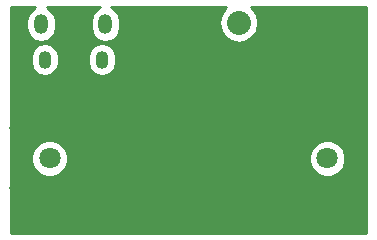
<source format=gbl>
G04 #@! TF.FileFunction,Copper,L2,Bot,Signal*
%FSLAX46Y46*%
G04 Gerber Fmt 4.6, Leading zero omitted, Abs format (unit mm)*
G04 Created by KiCad (PCBNEW 4.0.2-stable) date Thu May 19 00:56:02 2016*
%MOMM*%
G01*
G04 APERTURE LIST*
%ADD10C,0.100000*%
%ADD11R,2.032000X2.032000*%
%ADD12O,2.032000X2.032000*%
%ADD13O,1.100000X1.500000*%
%ADD14O,1.200000X1.700000*%
%ADD15C,1.800000*%
%ADD16C,0.600000*%
%ADD17C,0.254000*%
G04 APERTURE END LIST*
D10*
D11*
X121040000Y-73500000D03*
D12*
X118500000Y-73500000D03*
D13*
X106925000Y-76625000D03*
X102075000Y-76625000D03*
D14*
X107225000Y-73625000D03*
X101775000Y-73625000D03*
D15*
X102500000Y-85000000D03*
X99960000Y-87540000D03*
X99960000Y-82460000D03*
X105040000Y-82460000D03*
X105040000Y-87540000D03*
X126000000Y-85000000D03*
X128540000Y-82460000D03*
X128540000Y-87540000D03*
X123460000Y-87540000D03*
X123460000Y-82460000D03*
D16*
X114070000Y-86000000D03*
X114070000Y-84000000D03*
X112000000Y-75000000D03*
X112000000Y-73500000D03*
X102500000Y-79000000D03*
X125000000Y-73000000D03*
X120000000Y-82000000D03*
X120000000Y-80500000D03*
X120500000Y-79000000D03*
X114070000Y-85000000D03*
X114070000Y-82930000D03*
X114000000Y-88000000D03*
D17*
G36*
X100901723Y-72472630D02*
X100634009Y-72873293D01*
X100540000Y-73345907D01*
X100540000Y-73904093D01*
X100634009Y-74376707D01*
X100901723Y-74777370D01*
X101302386Y-75045084D01*
X101775000Y-75139093D01*
X102247614Y-75045084D01*
X102648277Y-74777370D01*
X102915991Y-74376707D01*
X103010000Y-73904093D01*
X103010000Y-73345907D01*
X102915991Y-72873293D01*
X102648277Y-72472630D01*
X102255223Y-72210000D01*
X106744777Y-72210000D01*
X106351723Y-72472630D01*
X106084009Y-72873293D01*
X105990000Y-73345907D01*
X105990000Y-73904093D01*
X106084009Y-74376707D01*
X106351723Y-74777370D01*
X106752386Y-75045084D01*
X107225000Y-75139093D01*
X107697614Y-75045084D01*
X108098277Y-74777370D01*
X108365991Y-74376707D01*
X108460000Y-73904093D01*
X108460000Y-73345907D01*
X108365991Y-72873293D01*
X108098277Y-72472630D01*
X107705223Y-72210000D01*
X117467594Y-72210000D01*
X117332567Y-72300222D01*
X116974675Y-72835845D01*
X116849000Y-73467655D01*
X116849000Y-73532345D01*
X116974675Y-74164155D01*
X117332567Y-74699778D01*
X117868190Y-75057670D01*
X118500000Y-75183345D01*
X119131810Y-75057670D01*
X119667433Y-74699778D01*
X120025325Y-74164155D01*
X120151000Y-73532345D01*
X120151000Y-73467655D01*
X120025325Y-72835845D01*
X119667433Y-72300222D01*
X119532406Y-72210000D01*
X129290000Y-72210000D01*
X129290000Y-91290000D01*
X99210000Y-91290000D01*
X99210000Y-85303991D01*
X100964735Y-85303991D01*
X101197932Y-85868371D01*
X101629357Y-86300551D01*
X102193330Y-86534733D01*
X102803991Y-86535265D01*
X103368371Y-86302068D01*
X103800551Y-85870643D01*
X104034733Y-85306670D01*
X104034735Y-85303991D01*
X124464735Y-85303991D01*
X124697932Y-85868371D01*
X125129357Y-86300551D01*
X125693330Y-86534733D01*
X126303991Y-86535265D01*
X126868371Y-86302068D01*
X127300551Y-85870643D01*
X127534733Y-85306670D01*
X127535265Y-84696009D01*
X127302068Y-84131629D01*
X126870643Y-83699449D01*
X126306670Y-83465267D01*
X125696009Y-83464735D01*
X125131629Y-83697932D01*
X124699449Y-84129357D01*
X124465267Y-84693330D01*
X124464735Y-85303991D01*
X104034735Y-85303991D01*
X104035265Y-84696009D01*
X103802068Y-84131629D01*
X103370643Y-83699449D01*
X102806670Y-83465267D01*
X102196009Y-83464735D01*
X101631629Y-83697932D01*
X101199449Y-84129357D01*
X100965267Y-84693330D01*
X100964735Y-85303991D01*
X99210000Y-85303991D01*
X99210000Y-76397866D01*
X100890000Y-76397866D01*
X100890000Y-76852134D01*
X100980203Y-77305614D01*
X101237078Y-77690056D01*
X101621520Y-77946931D01*
X102075000Y-78037134D01*
X102528480Y-77946931D01*
X102912922Y-77690056D01*
X103169797Y-77305614D01*
X103260000Y-76852134D01*
X103260000Y-76397866D01*
X105740000Y-76397866D01*
X105740000Y-76852134D01*
X105830203Y-77305614D01*
X106087078Y-77690056D01*
X106471520Y-77946931D01*
X106925000Y-78037134D01*
X107378480Y-77946931D01*
X107762922Y-77690056D01*
X108019797Y-77305614D01*
X108110000Y-76852134D01*
X108110000Y-76397866D01*
X108019797Y-75944386D01*
X107762922Y-75559944D01*
X107378480Y-75303069D01*
X106925000Y-75212866D01*
X106471520Y-75303069D01*
X106087078Y-75559944D01*
X105830203Y-75944386D01*
X105740000Y-76397866D01*
X103260000Y-76397866D01*
X103169797Y-75944386D01*
X102912922Y-75559944D01*
X102528480Y-75303069D01*
X102075000Y-75212866D01*
X101621520Y-75303069D01*
X101237078Y-75559944D01*
X100980203Y-75944386D01*
X100890000Y-76397866D01*
X99210000Y-76397866D01*
X99210000Y-72210000D01*
X101294777Y-72210000D01*
X100901723Y-72472630D01*
X100901723Y-72472630D01*
G37*
X100901723Y-72472630D02*
X100634009Y-72873293D01*
X100540000Y-73345907D01*
X100540000Y-73904093D01*
X100634009Y-74376707D01*
X100901723Y-74777370D01*
X101302386Y-75045084D01*
X101775000Y-75139093D01*
X102247614Y-75045084D01*
X102648277Y-74777370D01*
X102915991Y-74376707D01*
X103010000Y-73904093D01*
X103010000Y-73345907D01*
X102915991Y-72873293D01*
X102648277Y-72472630D01*
X102255223Y-72210000D01*
X106744777Y-72210000D01*
X106351723Y-72472630D01*
X106084009Y-72873293D01*
X105990000Y-73345907D01*
X105990000Y-73904093D01*
X106084009Y-74376707D01*
X106351723Y-74777370D01*
X106752386Y-75045084D01*
X107225000Y-75139093D01*
X107697614Y-75045084D01*
X108098277Y-74777370D01*
X108365991Y-74376707D01*
X108460000Y-73904093D01*
X108460000Y-73345907D01*
X108365991Y-72873293D01*
X108098277Y-72472630D01*
X107705223Y-72210000D01*
X117467594Y-72210000D01*
X117332567Y-72300222D01*
X116974675Y-72835845D01*
X116849000Y-73467655D01*
X116849000Y-73532345D01*
X116974675Y-74164155D01*
X117332567Y-74699778D01*
X117868190Y-75057670D01*
X118500000Y-75183345D01*
X119131810Y-75057670D01*
X119667433Y-74699778D01*
X120025325Y-74164155D01*
X120151000Y-73532345D01*
X120151000Y-73467655D01*
X120025325Y-72835845D01*
X119667433Y-72300222D01*
X119532406Y-72210000D01*
X129290000Y-72210000D01*
X129290000Y-91290000D01*
X99210000Y-91290000D01*
X99210000Y-85303991D01*
X100964735Y-85303991D01*
X101197932Y-85868371D01*
X101629357Y-86300551D01*
X102193330Y-86534733D01*
X102803991Y-86535265D01*
X103368371Y-86302068D01*
X103800551Y-85870643D01*
X104034733Y-85306670D01*
X104034735Y-85303991D01*
X124464735Y-85303991D01*
X124697932Y-85868371D01*
X125129357Y-86300551D01*
X125693330Y-86534733D01*
X126303991Y-86535265D01*
X126868371Y-86302068D01*
X127300551Y-85870643D01*
X127534733Y-85306670D01*
X127535265Y-84696009D01*
X127302068Y-84131629D01*
X126870643Y-83699449D01*
X126306670Y-83465267D01*
X125696009Y-83464735D01*
X125131629Y-83697932D01*
X124699449Y-84129357D01*
X124465267Y-84693330D01*
X124464735Y-85303991D01*
X104034735Y-85303991D01*
X104035265Y-84696009D01*
X103802068Y-84131629D01*
X103370643Y-83699449D01*
X102806670Y-83465267D01*
X102196009Y-83464735D01*
X101631629Y-83697932D01*
X101199449Y-84129357D01*
X100965267Y-84693330D01*
X100964735Y-85303991D01*
X99210000Y-85303991D01*
X99210000Y-76397866D01*
X100890000Y-76397866D01*
X100890000Y-76852134D01*
X100980203Y-77305614D01*
X101237078Y-77690056D01*
X101621520Y-77946931D01*
X102075000Y-78037134D01*
X102528480Y-77946931D01*
X102912922Y-77690056D01*
X103169797Y-77305614D01*
X103260000Y-76852134D01*
X103260000Y-76397866D01*
X105740000Y-76397866D01*
X105740000Y-76852134D01*
X105830203Y-77305614D01*
X106087078Y-77690056D01*
X106471520Y-77946931D01*
X106925000Y-78037134D01*
X107378480Y-77946931D01*
X107762922Y-77690056D01*
X108019797Y-77305614D01*
X108110000Y-76852134D01*
X108110000Y-76397866D01*
X108019797Y-75944386D01*
X107762922Y-75559944D01*
X107378480Y-75303069D01*
X106925000Y-75212866D01*
X106471520Y-75303069D01*
X106087078Y-75559944D01*
X105830203Y-75944386D01*
X105740000Y-76397866D01*
X103260000Y-76397866D01*
X103169797Y-75944386D01*
X102912922Y-75559944D01*
X102528480Y-75303069D01*
X102075000Y-75212866D01*
X101621520Y-75303069D01*
X101237078Y-75559944D01*
X100980203Y-75944386D01*
X100890000Y-76397866D01*
X99210000Y-76397866D01*
X99210000Y-72210000D01*
X101294777Y-72210000D01*
X100901723Y-72472630D01*
M02*

</source>
